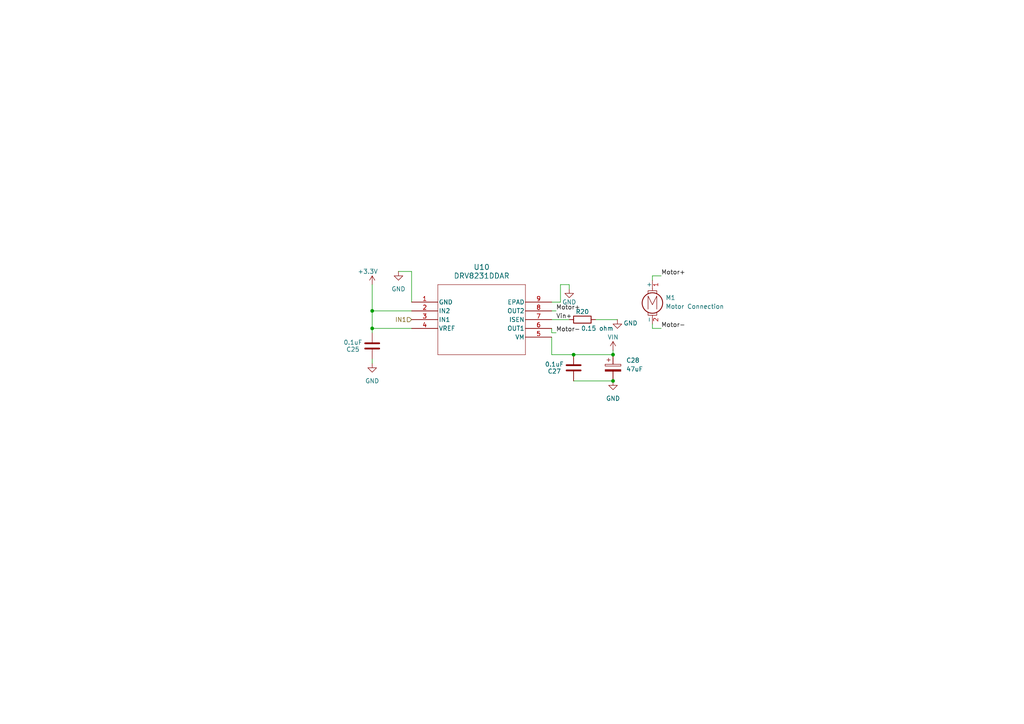
<source format=kicad_sch>
(kicad_sch (version 20250114) (generator "eeschema") (generator_version "9.0")
  (paper "A4")
  (lib_symbols
    (symbol "DRV8231DDAR:DRV8231DDAR" (pin_names (offset 0.254))
      (property "Reference" "U" (at 20.32 10.16 0))
      (property "Value" "DRV8231DDAR" (at 20.32 7.62 0))
      (symbol "DRV8231DDAR_0_1"
        (polyline (pts (xy 7.62 5.08) (xy 7.62 -15.24)) (stroke (width 0.127)))
        (polyline (pts (xy 7.62 -15.24) (xy 33.02 -15.24)) (stroke (width 0.127)))
        (polyline (pts (xy 33.02 5.08) (xy 7.62 5.08)) (stroke (width 0.127)))
        (polyline (pts (xy 33.02 -15.24) (xy 33.02 5.08)) (stroke (width 0.127)))
        (pin power_out line (at 0 0 0) (length 7.62) (name "GND") (number "1"))
        (pin input line (at 0 -2.54 0) (length 7.62) (name "IN2") (number "2"))
        (pin input line (at 0 -5.08 0) (length 7.62) (name "IN1") (number "3"))
        (pin power_in line (at 0 -7.62 0) (length 7.62) (name "VREF") (number "4"))
        (pin power_out line (at 40.64 0 180) (length 7.62) (name "EPAD") (number "9"))
        (pin output line (at 40.64 -2.54 180) (length 7.62) (name "OUT2") (number "8"))
        (pin power_in line (at 40.64 -5.08 180) (length 7.62) (name "ISEN") (number "7"))
        (pin output line (at 40.64 -7.62 180) (length 7.62) (name "OUT1") (number "6"))
        (pin power_in line (at 40.64 -10.16 180) (length 7.62) (name "VM") (number "5"))
      )
    )
    (symbol "Device:C" (pin_numbers (hide yes)) (pin_names (offset 0.254))
      (property "Reference" "C" (at 0.635 2.54 0))
      (property "Value" "C" (at 0.635 -2.54 0))
      (symbol "C_0_1"
        (polyline (pts (xy -2.032 0.762) (xy 2.032 0.762)) (stroke (width 0.508)))
        (polyline (pts (xy -2.032 -0.762) (xy 2.032 -0.762)) (stroke (width 0.508)))
      )
      (symbol "C_1_1"
        (pin passive line (at 0 3.81 270) (length 2.794) (name "~") (number "1"))
        (pin passive line (at 0 -3.81 90) (length 2.794) (name "~") (number "2"))
      )
    )
    (symbol "Device:C_Polarized" (pin_numbers (hide yes)) (pin_names (offset 0.254))
      (property "Reference" "C" (at 0.635 2.54 0))
      (property "Value" "C_Polarized" (at 0.635 -2.54 0))
      (symbol "C_Polarized_0_1"
        (rectangle (start -2.286 0.508) (end 2.286 1.016))
        (polyline (pts (xy -1.778 2.286) (xy -0.762 2.286)))
        (polyline (pts (xy -1.27 2.794) (xy -1.27 1.778)))
        (rectangle (start 2.286 -0.508) (end -2.286 -1.016) (fill (type outline)))
      )
      (symbol "C_Polarized_1_1"
        (pin passive line (at 0 3.81 270) (length 2.794) (name "~") (number "1"))
        (pin passive line (at 0 -3.81 90) (length 2.794) (name "~") (number "2"))
      )
    )
    (symbol "Device:R" (pin_numbers (hide yes)) (pin_names (offset 0))
      (property "Reference" "R" (at 2.032 0 90))
      (property "Value" "R" (at 0 0 90))
      (symbol "R_0_1"
        (rectangle (start -1.016 -2.54) (end 1.016 2.54) (stroke (width 0.254)))
      )
      (symbol "R_1_1"
        (pin passive line (at 0 3.81 270) (length 1.27) (name "~") (number "1"))
        (pin passive line (at 0 -3.81 90) (length 1.27) (name "~") (number "2"))
      )
    )
    (symbol "Motor:Motor_DC_ALT" (pin_names (offset 0))
      (property "Reference" "M" (at 2.54 2.54 0))
      (property "Value" "Motor_DC_ALT" (at 2.54 -5.08 0))
      (symbol "Motor_DC_ALT_0_0"
        (polyline (pts (xy -1.27 1.27) (xy -1.27 2.032) (xy 1.27 2.032) (xy 1.27 1.27)))
        (polyline (pts (xy -1.27 -3.302) (xy -1.27 0.508) (xy 0 -2.032) (xy 1.27 0.508) (xy 1.27 -3.302)))
        (polyline (pts (xy -1.27 -4.318) (xy -1.27 -5.08) (xy 1.27 -5.08) (xy 1.27 -4.318)))
        (circle (center 0 -1.524) (radius 2.9718) (stroke (width 0.254)))
      )
      (symbol "Motor_DC_ALT_0_1"
        (polyline (pts (xy 0 2.032) (xy 0 2.54)))
      )
      (symbol "Motor_DC_ALT_1_1"
        (pin passive line (at 0 5.08 270) (length 2.54) (name "+") (number "1"))
        (pin passive line (at 0 -7.62 90) (length 2.54) (name "-") (number "2"))
      )
    )
    (symbol "power:+3.3V" (power) (pin_numbers (hide yes)) (pin_names (offset 0) (hide yes))
      (property "Value" "+3.3V" (at 0 3.556 0))
      (symbol "+3.3V_0_1"
        (polyline (pts (xy -0.762 1.27) (xy 0 2.54)))
        (polyline (pts (xy 0 2.54) (xy 0.762 1.27)))
        (polyline (pts (xy 0 0) (xy 0 2.54)))
      )
      (symbol "+3.3V_1_1"
        (pin power_in line (at 0 0 90) (length 0) (name "~") (number "1"))
      )
    )
    (symbol "power:GND" (power) (pin_numbers (hide yes)) (pin_names (offset 0) (hide yes))
      (property "Value" "GND" (at 0 -3.81 0))
      (symbol "GND_0_1"
        (polyline (pts (xy 0 0) (xy 0 -1.27) (xy 1.27 -1.27) (xy 0 -2.54) (xy -1.27 -1.27) (xy 0 -1.27)))
      )
      (symbol "GND_1_1"
        (pin power_in line (at 0 0 270) (length 0) (name "~") (number "1"))
      )
    )
  )
  (junction (at 177.8 110.49))
  (junction (at 177.8 102.87))
  (junction (at 107.95 90.17))
  (junction (at 166.37 102.87))
  (junction (at 107.95 95.25))
  (wire (pts (xy 189.23 95.25) (xy 189.23 93.98)))
  (wire (pts (xy 165.1 82.55) (xy 165.1 83.82)))
  (wire (pts (xy 191.77 95.25) (xy 189.23 95.25)))
  (wire (pts (xy 107.95 104.14) (xy 107.95 105.41)))
  (wire (pts (xy 119.38 87.63) (xy 119.38 78.74)))
  (wire (pts (xy 162.56 82.55) (xy 165.1 82.55)))
  (wire (pts (xy 189.23 80.01) (xy 189.23 81.28)))
  (wire (pts (xy 107.95 90.17) (xy 119.38 90.17)))
  (wire (pts (xy 160.02 102.87) (xy 166.37 102.87)))
  (wire (pts (xy 107.95 95.25) (xy 119.38 95.25)))
  (wire (pts (xy 115.57 78.74) (xy 119.38 78.74)))
  (wire (pts (xy 160.02 102.87) (xy 160.02 97.79)))
  (wire (pts (xy 160.02 90.17) (xy 161.29 90.17)))
  (wire (pts (xy 160.02 87.63) (xy 162.56 87.63)))
  (wire (pts (xy 107.95 96.52) (xy 107.95 95.25)))
  (wire (pts (xy 172.72 92.71) (xy 179.07 92.71)))
  (wire (pts (xy 166.37 102.87) (xy 177.8 102.87)))
  (wire (pts (xy 162.56 87.63) (xy 162.56 82.55)))
  (wire (pts (xy 160.02 96.52) (xy 160.02 95.25)))
  (wire (pts (xy 160.02 96.52) (xy 161.29 96.52)))
  (wire (pts (xy 177.8 101.6) (xy 177.8 102.87)))
  (wire (pts (xy 160.02 92.71) (xy 165.1 92.71)))
  (wire (pts (xy 107.95 95.25) (xy 107.95 90.17)))
  (wire (pts (xy 107.95 90.17) (xy 107.95 82.55)))
  (wire (pts (xy 166.37 110.49) (xy 177.8 110.49)))
  (wire (pts (xy 191.77 80.01) (xy 189.23 80.01)))
  (label "Motor+" (at 191.77 80.01 0))
  (label "Motor-" (at 191.77 95.25 0))
  (label "Motor+" (at 161.29 90.17 0))
  (label "Vin+" (at 161.29 92.71 0))
  (label "Motor-" (at 161.29 96.52 0))
  (hierarchical_label "IN1" (shape input) (at 119.38 92.71 180))
  (symbol (lib_id "Motor:Motor_DC_ALT") (at 189.23 86.36 0) (unit 1)
    (property "Reference" "M1" (at 193.04 86.3599 0) (effects (justify left)))
    (property "Value" "Motor Connection" (at 193.04 88.8999 0) (effects (justify left)))
    (property "Footprint" "Connector_PinHeader_2.54mm:PinHeader_1x02_P2.54mm_Vertical" (effects (hide yes)))
    (property "Description" "DC Motor, alternative symbol" (effects (hide yes)))
  )
  (symbol (lib_id "Device:C_Polarized") (at 177.8 106.68 0) (unit 1)
    (property "Reference" "C28" (at 181.61 104.5209 0) (effects (justify left)))
    (property "Value" "47uF" (at 181.61 107.0609 0) (effects (justify left)))
    (property "Footprint" "Capacitor_Tantalum_SMD:CP_EIA-6032-15_Kemet-U" (effects (hide yes)))
    (property "Description" "TAJC476K016RNJ" (effects (hide yes)))
  )
  (symbol (lib_id "power:GND") (at 177.8 110.49 0) (unit 1)
    (property "Reference" "#PWR074" (effects (hide yes)))
    (property "Value" "GND" (at 177.8 115.57 0))
    (property "Description" "Power symbol creates a global label with name \"GND\" , ground" (effects (hide yes)))
  )
  (symbol (lib_id "power:+3.3V") (at 177.8 101.6 0) (unit 1)
    (property "Reference" "#PWR076" (effects (hide yes)))
    (property "Value" "VIN" (at 177.8 97.79 0))
    (property "Description" "Power symbol creates a global label with name \"+3.3V\"" (effects (hide yes)))
  )
  (symbol (lib_id "Device:C") (at 166.37 106.68 180) (unit 1)
    (property "Reference" "C27" (at 160.782 107.696 0))
    (property "Value" "0.1uF" (at 160.782 105.664 0))
    (property "Footprint" "Capacitor_SMD:C_0603_1608Metric" (effects (hide yes)))
    (property "Description" "Unpolarized capacitor" (effects (hide yes)))
  )
  (symbol (lib_id "power:+3.3V") (at 107.95 82.55 0) (unit 1)
    (property "Reference" "#PWR065" (effects (hide yes)))
    (property "Value" "+3.3V" (at 106.68 78.74 0))
    (property "Description" "Power symbol creates a global label with name \"+3.3V\"" (effects (hide yes)))
  )
  (symbol (lib_id "DRV8231DDAR:DRV8231DDAR") (at 119.38 87.63 0) (unit 1)
    (property "Reference" "U10" (at 139.7 77.47 0) (effects (font (size 1.524 1.524))))
    (property "Value" "DRV8231DDAR" (at 139.7 80.01 0) (effects (font (size 1.524 1.524))))
    (property "Footprint" "DRV8231DDAR:DRV8231DDAR" (effects (hide yes)))
    (property "Datasheet" "https://www.ti.com/lit/ds/symlink/drv8231.pdf" (effects (hide yes)))
  )
  (symbol (lib_id "Device:C") (at 107.95 100.33 180) (unit 1)
    (property "Reference" "C25" (at 102.362 101.346 0))
    (property "Value" "0.1uF" (at 102.362 99.314 0))
    (property "Footprint" "Capacitor_SMD:C_0603_1608Metric" (effects (hide yes)))
    (property "Description" "Unpolarized capacitor" (effects (hide yes)))
  )
  (symbol (lib_id "power:GND") (at 115.57 78.74 0) (unit 1)
    (property "Reference" "#PWR067" (effects (hide yes)))
    (property "Value" "GND" (at 115.57 83.82 0))
    (property "Description" "Power symbol creates a global label with name \"GND\" , ground" (effects (hide yes)))
  )
  (symbol (lib_id "Device:R") (at 168.91 92.71 90) (unit 1)
    (property "Reference" "R20" (at 168.91 90.424 90))
    (property "Value" "0.15 ohm" (at 173.228 95.25 90))
    (property "Footprint" "Resistor_SMD:R_2010_5025Metric" (effects (hide yes)))
    (property "Datasheet" "https://www.seielect.com/catalog/sei-csr_csrn.pdf" (effects (hide yes)))
    (property "Description" "CSRN2512FKR150" (effects (hide yes)))
  )
  (symbol (lib_id "power:GND") (at 165.1 83.82 0) (unit 1)
    (property "Reference" "#PWR073" (effects (hide yes)))
    (property "Value" "GND" (at 165.1 87.63 0))
    (property "Description" "Power symbol creates a global label with name \"GND\" , ground" (effects (hide yes)))
  )
  (symbol (lib_id "power:GND") (at 179.07 92.71 0) (unit 1)
    (property "Reference" "#PWR075" (effects (hide yes)))
    (property "Value" "GND" (at 182.88 93.726 0))
    (property "Description" "Power symbol creates a global label with name \"GND\" , ground" (effects (hide yes)))
  )
  (symbol (lib_id "power:GND") (at 107.95 105.41 0) (unit 1)
    (property "Reference" "#PWR066" (effects (hide yes)))
    (property "Value" "GND" (at 107.95 110.49 0))
    (property "Description" "Power symbol creates a global label with name \"GND\" , ground" (effects (hide yes)))
  )
)
</source>
